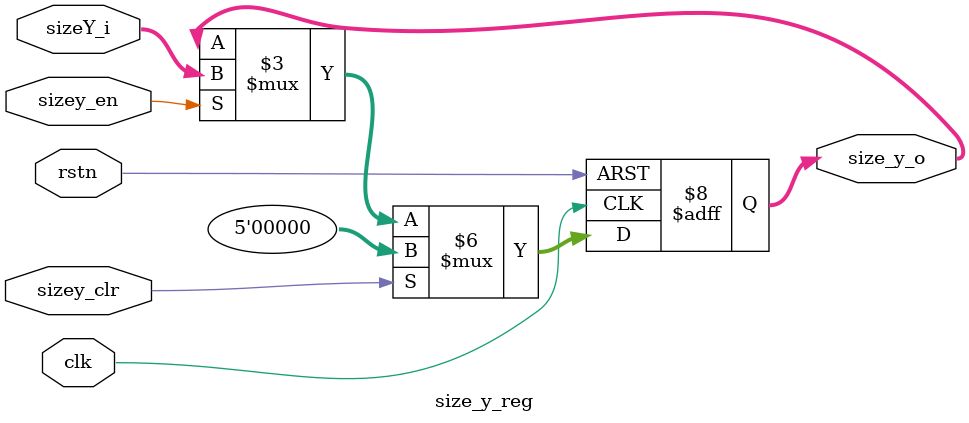
<source format=v>
/******************************************************************
*Module name : size_y_reg
*Filename    : size_y_reg.v
*Type        : Verilog Module
*
*Description : "Y" signal length Register 
*------------------------------------------------------------------
*	clocks    : posedge clock "clk"
*	reset		 : sync rstn, async reg_clr
* 
*Parameters  : none
*
* Author		 :	Daniel Alejandro Lara López
* email 		 :	Daniel.Lara@cinvestav.mx
* Date  		 :	24/04/2024
******************************************************************/

module size_y_reg(
	input clk,
	input rstn,
	input sizey_clr,
	input sizey_en,
	input [4:0] sizeY_i,
 
	output reg [4:0] size_y_o);
	
always@(posedge clk or negedge rstn) 
begin
		if(!rstn)
			size_y_o <= 5'b00000;
		else if(sizey_clr)
			size_y_o <= 5'b00000;
		else if(sizey_en)
			size_y_o <= sizeY_i;
end
endmodule 
</source>
